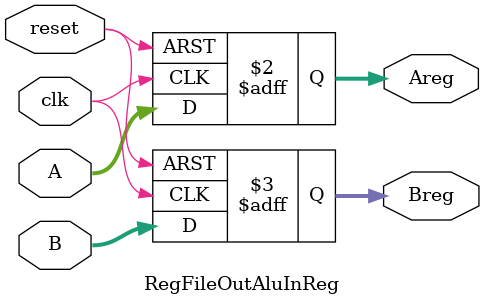
<source format=v>
`timescale 1ns / 1ps
module RegFileOutAluInReg(A, B, Areg, Breg, clk, reset);

input clk, reset;
input [31:0] A, B;
output reg [31:0] Areg, Breg;

always @ (posedge clk or posedge reset) begin
	if (reset) begin
	Areg <= 0;
	Breg <= 0;
	end else begin
	Areg <= A;
	Breg <= B;
	end
end

endmodule

</source>
